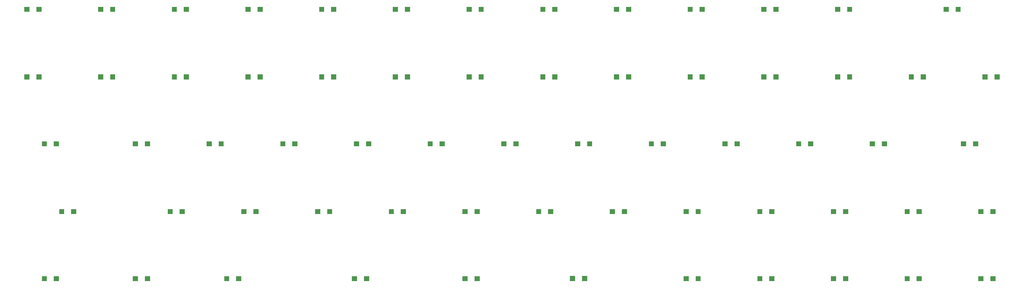
<source format=gbp>
G04 Layer: BottomPasteMaskLayer*
G04 EasyEDA v6.5.1, 2022-08-03 07:20:24*
G04 1b37d3b93c644ee4b3c1aa7f483211d0,d603b60474844c32a05bd641800ef4e1,10*
G04 Gerber Generator version 0.2*
G04 Scale: 100 percent, Rotated: No, Reflected: No *
G04 Dimensions in millimeters *
G04 leading zeros omitted , absolute positions ,4 integer and 5 decimal *
%FSLAX45Y45*%
%MOMM*%

%ADD10C,0.0001*%

%LPD*%
G36*
X24465452Y6218986D02*
G01*
X24590451Y6218986D01*
X24590451Y6340988D01*
X24465452Y6340988D01*
G37*
G36*
X24759452Y6218986D02*
G01*
X24884451Y6218986D01*
X24884451Y6340988D01*
X24759452Y6340988D01*
G37*
G36*
X19590461Y9513978D02*
G01*
X19715459Y9513978D01*
X19715459Y9635980D01*
X19590461Y9635980D01*
G37*
G36*
X19884461Y9513978D02*
G01*
X20009459Y9513978D01*
X20009459Y9635980D01*
X19884461Y9635980D01*
G37*
G36*
X3390493Y9513978D02*
G01*
X3515492Y9513978D01*
X3515492Y9635980D01*
X3390493Y9635980D01*
G37*
G36*
X3684493Y9513978D02*
G01*
X3809491Y9513978D01*
X3809491Y9635980D01*
X3684493Y9635980D01*
G37*
G36*
X5190492Y9513978D02*
G01*
X5315491Y9513978D01*
X5315491Y9635980D01*
X5190492Y9635980D01*
G37*
G36*
X5484489Y9513978D02*
G01*
X5609490Y9513978D01*
X5609490Y9635980D01*
X5484489Y9635980D01*
G37*
G36*
X6990486Y9513978D02*
G01*
X7115484Y9513978D01*
X7115484Y9635980D01*
X6990486Y9635980D01*
G37*
G36*
X7284486Y9513978D02*
G01*
X7409484Y9513978D01*
X7409484Y9635980D01*
X7284486Y9635980D01*
G37*
G36*
X8790482Y9513978D02*
G01*
X8915481Y9513978D01*
X8915481Y9635980D01*
X8790482Y9635980D01*
G37*
G36*
X9084482Y9513978D02*
G01*
X9209481Y9513978D01*
X9209481Y9635980D01*
X9084482Y9635980D01*
G37*
G36*
X10590479Y9513978D02*
G01*
X10715477Y9513978D01*
X10715477Y9635980D01*
X10590479Y9635980D01*
G37*
G36*
X10884479Y9513978D02*
G01*
X11009477Y9513978D01*
X11009477Y9635980D01*
X10884479Y9635980D01*
G37*
G36*
X12390475Y9513978D02*
G01*
X12515474Y9513978D01*
X12515474Y9635980D01*
X12390475Y9635980D01*
G37*
G36*
X12684475Y9513978D02*
G01*
X12809474Y9513978D01*
X12809474Y9635980D01*
X12684475Y9635980D01*
G37*
G36*
X14190472Y9513978D02*
G01*
X14315470Y9513978D01*
X14315470Y9635980D01*
X14190472Y9635980D01*
G37*
G36*
X14484471Y9513978D02*
G01*
X14609470Y9513978D01*
X14609470Y9635980D01*
X14484471Y9635980D01*
G37*
G36*
X15990468Y9513978D02*
G01*
X16115466Y9513978D01*
X16115466Y9635980D01*
X15990468Y9635980D01*
G37*
G36*
X16284468Y9513978D02*
G01*
X16409466Y9513978D01*
X16409466Y9635980D01*
X16284468Y9635980D01*
G37*
G36*
X17790464Y9513978D02*
G01*
X17915463Y9513978D01*
X17915463Y9635980D01*
X17790464Y9635980D01*
G37*
G36*
X18084464Y9513978D02*
G01*
X18209463Y9513978D01*
X18209463Y9635980D01*
X18084464Y9635980D01*
G37*
G36*
X22240455Y6218986D02*
G01*
X22365454Y6218986D01*
X22365454Y6340988D01*
X22240455Y6340988D01*
G37*
G36*
X22534455Y6218986D02*
G01*
X22659454Y6218986D01*
X22659454Y6340988D01*
X22534455Y6340988D01*
G37*
G36*
X17690465Y4558990D02*
G01*
X17815463Y4558990D01*
X17815463Y4680991D01*
X17690465Y4680991D01*
G37*
G36*
X17984464Y4558990D02*
G01*
X18109463Y4558990D01*
X18109463Y4680991D01*
X17984464Y4680991D01*
G37*
G36*
X21390457Y9513978D02*
G01*
X21515456Y9513978D01*
X21515456Y9635980D01*
X21390457Y9635980D01*
G37*
G36*
X21684457Y9513978D02*
G01*
X21809456Y9513978D01*
X21809456Y9635980D01*
X21684457Y9635980D01*
G37*
G36*
X19490461Y4558990D02*
G01*
X19615459Y4558990D01*
X19615459Y4680991D01*
X19490461Y4680991D01*
G37*
G36*
X19784461Y4558990D02*
G01*
X19909459Y4558990D01*
X19909459Y4680991D01*
X19784461Y4680991D01*
G37*
G36*
X21290457Y4558990D02*
G01*
X21415456Y4558990D01*
X21415456Y4680991D01*
X21290457Y4680991D01*
G37*
G36*
X21584457Y4558990D02*
G01*
X21709456Y4558990D01*
X21709456Y4680991D01*
X21584457Y4680991D01*
G37*
G36*
X20440459Y6218986D02*
G01*
X20565457Y6218986D01*
X20565457Y6340988D01*
X20440459Y6340988D01*
G37*
G36*
X20734459Y6218986D02*
G01*
X20859457Y6218986D01*
X20859457Y6340988D01*
X20734459Y6340988D01*
G37*
G36*
X4240491Y6218986D02*
G01*
X4365490Y6218986D01*
X4365490Y6340988D01*
X4240491Y6340988D01*
G37*
G36*
X4534491Y6218986D02*
G01*
X4659490Y6218986D01*
X4659490Y6340988D01*
X4534491Y6340988D01*
G37*
G36*
X6470500Y2918998D02*
G01*
X6595498Y2918998D01*
X6595498Y3040999D01*
X6470500Y3040999D01*
G37*
G36*
X6764500Y2918998D02*
G01*
X6889495Y2918998D01*
X6889495Y3040999D01*
X6764500Y3040999D01*
G37*
G36*
X17690465Y2918993D02*
G01*
X17815463Y2918993D01*
X17815463Y3040994D01*
X17690465Y3040994D01*
G37*
G36*
X17984464Y2918993D02*
G01*
X18109463Y2918993D01*
X18109463Y3040994D01*
X17984464Y3040994D01*
G37*
G36*
X12290475Y4558990D02*
G01*
X12415474Y4558990D01*
X12415474Y4680991D01*
X12290475Y4680991D01*
G37*
G36*
X12584475Y4558990D02*
G01*
X12709474Y4558990D01*
X12709474Y4680991D01*
X12584475Y4680991D01*
G37*
G36*
X24040452Y9513978D02*
G01*
X24165450Y9513978D01*
X24165450Y9635980D01*
X24040452Y9635980D01*
G37*
G36*
X24334452Y9513978D02*
G01*
X24459450Y9513978D01*
X24459450Y9635980D01*
X24334452Y9635980D01*
G37*
G36*
X8690483Y4558990D02*
G01*
X8815481Y4558990D01*
X8815481Y4680991D01*
X8690483Y4680991D01*
G37*
G36*
X8984482Y4558990D02*
G01*
X9109481Y4558990D01*
X9109481Y4680991D01*
X8984482Y4680991D01*
G37*
G36*
X2015497Y6218986D02*
G01*
X2140496Y6218986D01*
X2140496Y6340988D01*
X2015497Y6340988D01*
G37*
G36*
X2309497Y6218986D02*
G01*
X2434493Y6218986D01*
X2434493Y6340988D01*
X2309497Y6340988D01*
G37*
G36*
X2015497Y2918993D02*
G01*
X2140496Y2918993D01*
X2140496Y3040994D01*
X2015497Y3040994D01*
G37*
G36*
X2309497Y2918993D02*
G01*
X2434493Y2918993D01*
X2434493Y3040994D01*
X2309497Y3040994D01*
G37*
G36*
X19490461Y2918993D02*
G01*
X19615459Y2918993D01*
X19615459Y3040994D01*
X19490461Y3040994D01*
G37*
G36*
X19784461Y2918993D02*
G01*
X19909459Y2918993D01*
X19909459Y3040994D01*
X19784461Y3040994D01*
G37*
G36*
X7840484Y6218986D02*
G01*
X7965483Y6218986D01*
X7965483Y6340988D01*
X7840484Y6340988D01*
G37*
G36*
X8134484Y6218986D02*
G01*
X8259483Y6218986D01*
X8259483Y6340988D01*
X8134484Y6340988D01*
G37*
G36*
X23090454Y2918993D02*
G01*
X23215452Y2918993D01*
X23215452Y3040994D01*
X23090454Y3040994D01*
G37*
G36*
X23384454Y2918993D02*
G01*
X23509452Y2918993D01*
X23509452Y3040994D01*
X23384454Y3040994D01*
G37*
G36*
X6990486Y7858983D02*
G01*
X7115484Y7858983D01*
X7115484Y7980984D01*
X6990486Y7980984D01*
G37*
G36*
X7284486Y7858983D02*
G01*
X7409484Y7858983D01*
X7409484Y7980984D01*
X7284486Y7980984D01*
G37*
G36*
X1590497Y9513978D02*
G01*
X1715495Y9513978D01*
X1715495Y9635980D01*
X1590497Y9635980D01*
G37*
G36*
X1884497Y9513978D02*
G01*
X2009495Y9513978D01*
X2009495Y9635980D01*
X1884497Y9635980D01*
G37*
G36*
X9640481Y6218986D02*
G01*
X9765479Y6218986D01*
X9765479Y6340988D01*
X9640481Y6340988D01*
G37*
G36*
X9934481Y6218986D02*
G01*
X10059479Y6218986D01*
X10059479Y6340988D01*
X9934481Y6340988D01*
G37*
G36*
X12290475Y2918993D02*
G01*
X12415474Y2918993D01*
X12415474Y3040994D01*
X12290475Y3040994D01*
G37*
G36*
X12584475Y2918993D02*
G01*
X12709474Y2918993D01*
X12709474Y3040994D01*
X12584475Y3040994D01*
G37*
G36*
X11440477Y6218986D02*
G01*
X11565475Y6218986D01*
X11565475Y6340988D01*
X11440477Y6340988D01*
G37*
G36*
X11734477Y6218986D02*
G01*
X11859475Y6218986D01*
X11859475Y6340988D01*
X11734477Y6340988D01*
G37*
G36*
X13240473Y6218986D02*
G01*
X13365472Y6218986D01*
X13365472Y6340988D01*
X13240473Y6340988D01*
G37*
G36*
X13534473Y6218986D02*
G01*
X13659472Y6218986D01*
X13659472Y6340988D01*
X13534473Y6340988D01*
G37*
G36*
X15990468Y7858983D02*
G01*
X16115466Y7858983D01*
X16115466Y7980984D01*
X15990468Y7980984D01*
G37*
G36*
X16284468Y7858983D02*
G01*
X16409466Y7858983D01*
X16409466Y7980984D01*
X16284468Y7980984D01*
G37*
G36*
X15040470Y6218986D02*
G01*
X15165468Y6218986D01*
X15165468Y6340988D01*
X15040470Y6340988D01*
G37*
G36*
X15334470Y6218986D02*
G01*
X15459468Y6218986D01*
X15459468Y6340988D01*
X15334470Y6340988D01*
G37*
G36*
X16840466Y6218986D02*
G01*
X16965465Y6218986D01*
X16965465Y6340988D01*
X16840466Y6340988D01*
G37*
G36*
X17134466Y6218986D02*
G01*
X17259465Y6218986D01*
X17259465Y6340988D01*
X17134466Y6340988D01*
G37*
G36*
X18640463Y6218986D02*
G01*
X18765461Y6218986D01*
X18765461Y6340988D01*
X18640463Y6340988D01*
G37*
G36*
X18934463Y6218986D02*
G01*
X19059461Y6218986D01*
X19059461Y6340988D01*
X18934463Y6340988D01*
G37*
G36*
X21290457Y2918993D02*
G01*
X21415456Y2918993D01*
X21415456Y3040994D01*
X21290457Y3040994D01*
G37*
G36*
X21584457Y2918993D02*
G01*
X21709456Y2918993D01*
X21709456Y3040994D01*
X21584457Y3040994D01*
G37*
G36*
X15890468Y4558990D02*
G01*
X16015467Y4558990D01*
X16015467Y4680991D01*
X15890468Y4680991D01*
G37*
G36*
X16184468Y4558990D02*
G01*
X16309466Y4558990D01*
X16309466Y4680991D01*
X16184468Y4680991D01*
G37*
G36*
X14090472Y4558990D02*
G01*
X14215470Y4558990D01*
X14215470Y4680991D01*
X14090472Y4680991D01*
G37*
G36*
X14384472Y4558990D02*
G01*
X14509470Y4558990D01*
X14509470Y4680991D01*
X14384472Y4680991D01*
G37*
G36*
X17790464Y7858983D02*
G01*
X17915463Y7858983D01*
X17915463Y7980984D01*
X17790464Y7980984D01*
G37*
G36*
X18084464Y7858983D02*
G01*
X18209463Y7858983D01*
X18209463Y7980984D01*
X18084464Y7980984D01*
G37*
G36*
X19590461Y7858983D02*
G01*
X19715459Y7858983D01*
X19715459Y7980984D01*
X19590461Y7980984D01*
G37*
G36*
X19884461Y7858983D02*
G01*
X20009459Y7858983D01*
X20009459Y7980984D01*
X19884461Y7980984D01*
G37*
G36*
X3390493Y7858983D02*
G01*
X3515492Y7858983D01*
X3515492Y7980984D01*
X3390493Y7980984D01*
G37*
G36*
X3684493Y7858983D02*
G01*
X3809491Y7858983D01*
X3809491Y7980984D01*
X3684493Y7980984D01*
G37*
G36*
X8790482Y7858983D02*
G01*
X8915481Y7858983D01*
X8915481Y7980984D01*
X8790482Y7980984D01*
G37*
G36*
X9084482Y7858983D02*
G01*
X9209481Y7858983D01*
X9209481Y7980984D01*
X9084482Y7980984D01*
G37*
G36*
X24890450Y2918993D02*
G01*
X25015449Y2918993D01*
X25015449Y3040994D01*
X24890450Y3040994D01*
G37*
G36*
X25184450Y2918993D02*
G01*
X25309449Y2918993D01*
X25309449Y3040994D01*
X25184450Y3040994D01*
G37*
G36*
X6040488Y6218986D02*
G01*
X6165486Y6218986D01*
X6165486Y6340988D01*
X6040488Y6340988D01*
G37*
G36*
X6334488Y6218986D02*
G01*
X6459486Y6218986D01*
X6459486Y6340988D01*
X6334488Y6340988D01*
G37*
G36*
X2440495Y4558990D02*
G01*
X2565493Y4558990D01*
X2565493Y4680991D01*
X2440495Y4680991D01*
G37*
G36*
X2734495Y4558990D02*
G01*
X2859493Y4558990D01*
X2859493Y4680991D01*
X2734495Y4680991D01*
G37*
G36*
X24890450Y4558990D02*
G01*
X25015449Y4558990D01*
X25015449Y4680991D01*
X24890450Y4680991D01*
G37*
G36*
X25184450Y4558990D02*
G01*
X25309449Y4558990D01*
X25309449Y4680991D01*
X25184450Y4680991D01*
G37*
G36*
X9590481Y2918993D02*
G01*
X9715479Y2918993D01*
X9715479Y3040994D01*
X9590481Y3040994D01*
G37*
G36*
X9884481Y2918993D02*
G01*
X10009479Y2918993D01*
X10009479Y3040994D01*
X9884481Y3040994D01*
G37*
G36*
X14916200Y2923499D02*
G01*
X15041199Y2923499D01*
X15041199Y3045500D01*
X14916200Y3045500D01*
G37*
G36*
X15210200Y2923499D02*
G01*
X15335199Y2923499D01*
X15335199Y3045500D01*
X15210200Y3045500D01*
G37*
G36*
X10590479Y7858983D02*
G01*
X10715477Y7858983D01*
X10715477Y7980984D01*
X10590479Y7980984D01*
G37*
G36*
X10884479Y7858983D02*
G01*
X11009477Y7858983D01*
X11009477Y7980984D01*
X10884479Y7980984D01*
G37*
G36*
X1590497Y7858983D02*
G01*
X1715495Y7858983D01*
X1715495Y7980984D01*
X1590497Y7980984D01*
G37*
G36*
X1884497Y7858983D02*
G01*
X2009495Y7858983D01*
X2009495Y7980984D01*
X1884497Y7980984D01*
G37*
G36*
X14190472Y7858983D02*
G01*
X14315470Y7858983D01*
X14315470Y7980984D01*
X14190472Y7980984D01*
G37*
G36*
X14484471Y7858983D02*
G01*
X14609470Y7858983D01*
X14609470Y7980984D01*
X14484471Y7980984D01*
G37*
G36*
X23090454Y4558990D02*
G01*
X23215452Y4558990D01*
X23215452Y4680991D01*
X23090454Y4680991D01*
G37*
G36*
X23384454Y4558990D02*
G01*
X23509452Y4558990D01*
X23509452Y4680991D01*
X23384454Y4680991D01*
G37*
G36*
X10490479Y4558990D02*
G01*
X10615477Y4558990D01*
X10615477Y4680991D01*
X10490479Y4680991D01*
G37*
G36*
X10784479Y4558990D02*
G01*
X10909477Y4558990D01*
X10909477Y4680991D01*
X10784479Y4680991D01*
G37*
G36*
X5190490Y7858983D02*
G01*
X5315488Y7858983D01*
X5315488Y7980984D01*
X5190490Y7980984D01*
G37*
G36*
X5484489Y7858983D02*
G01*
X5609488Y7858983D01*
X5609488Y7980984D01*
X5484489Y7980984D01*
G37*
G36*
X4240491Y2918993D02*
G01*
X4365490Y2918993D01*
X4365490Y3040994D01*
X4240491Y3040994D01*
G37*
G36*
X4534491Y2918993D02*
G01*
X4659490Y2918993D01*
X4659490Y3040994D01*
X4534491Y3040994D01*
G37*
G36*
X6890486Y4558990D02*
G01*
X7015485Y4558990D01*
X7015485Y4680991D01*
X6890486Y4680991D01*
G37*
G36*
X7184486Y4558990D02*
G01*
X7309484Y4558990D01*
X7309484Y4680991D01*
X7184486Y4680991D01*
G37*
G36*
X5090490Y4558990D02*
G01*
X5215488Y4558990D01*
X5215488Y4680991D01*
X5090490Y4680991D01*
G37*
G36*
X5384490Y4558990D02*
G01*
X5509488Y4558990D01*
X5509488Y4680991D01*
X5384490Y4680991D01*
G37*
G36*
X12390475Y7858983D02*
G01*
X12515474Y7858983D01*
X12515474Y7980984D01*
X12390475Y7980984D01*
G37*
G36*
X12684475Y7858983D02*
G01*
X12809474Y7858983D01*
X12809474Y7980984D01*
X12684475Y7980984D01*
G37*
G36*
X24990450Y7858983D02*
G01*
X25115448Y7858983D01*
X25115448Y7980984D01*
X24990450Y7980984D01*
G37*
G36*
X25284450Y7858983D02*
G01*
X25409448Y7858983D01*
X25409448Y7980984D01*
X25284450Y7980984D01*
G37*
G36*
X21390457Y7858983D02*
G01*
X21515456Y7858983D01*
X21515456Y7980984D01*
X21390457Y7980984D01*
G37*
G36*
X21684457Y7858983D02*
G01*
X21809456Y7858983D01*
X21809456Y7980984D01*
X21684457Y7980984D01*
G37*
G36*
X23190454Y7858983D02*
G01*
X23315452Y7858983D01*
X23315452Y7980984D01*
X23190454Y7980984D01*
G37*
G36*
X23484453Y7858983D02*
G01*
X23609452Y7858983D01*
X23609452Y7980984D01*
X23484453Y7980984D01*
G37*
M02*

</source>
